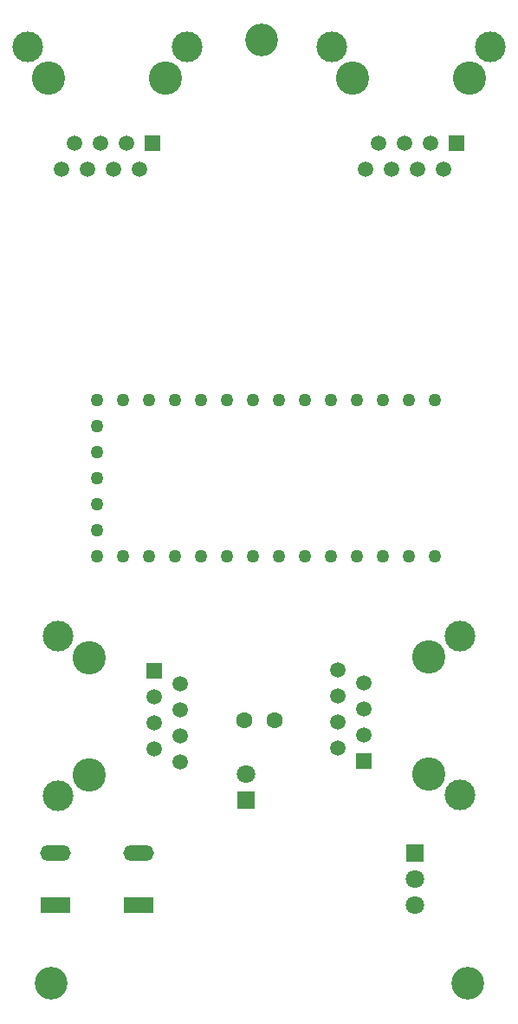
<source format=gbs>
G04 #@! TF.GenerationSoftware,KiCad,Pcbnew,8.0.0*
G04 #@! TF.CreationDate,2024-12-09T13:49:38-06:00*
G04 #@! TF.ProjectId,LightControlBoard,4c696768-7443-46f6-9e74-726f6c426f61,rev?*
G04 #@! TF.SameCoordinates,Original*
G04 #@! TF.FileFunction,Soldermask,Bot*
G04 #@! TF.FilePolarity,Negative*
%FSLAX46Y46*%
G04 Gerber Fmt 4.6, Leading zero omitted, Abs format (unit mm)*
G04 Created by KiCad (PCBNEW 8.0.0) date 2024-12-09 13:49:38*
%MOMM*%
%LPD*%
G01*
G04 APERTURE LIST*
%ADD10C,3.200000*%
%ADD11R,1.800000X1.800000*%
%ADD12C,1.800000*%
%ADD13C,3.000000*%
%ADD14C,1.500000*%
%ADD15R,1.500000X1.500000*%
%ADD16C,3.250000*%
%ADD17C,1.600000*%
%ADD18C,1.265000*%
%ADD19R,3.000000X1.500000*%
%ADD20O,3.000000X1.500000*%
G04 APERTURE END LIST*
D10*
X115930000Y-129940000D03*
D11*
X134930000Y-112080000D03*
D12*
X134930000Y-109540000D03*
D10*
X156600000Y-129940000D03*
X136430000Y-37940000D03*
D13*
X116580000Y-111645000D03*
X116580000Y-96105000D03*
D14*
X128520000Y-108320000D03*
X125980000Y-107050000D03*
X128520000Y-105780000D03*
X125980000Y-104510000D03*
X128520000Y-103240000D03*
X125980000Y-101970000D03*
X128520000Y-100700000D03*
D15*
X125980000Y-99430000D03*
D16*
X119630000Y-109590000D03*
X119630000Y-98160000D03*
D17*
X134755000Y-104255000D03*
X137755000Y-104255000D03*
D16*
X127085000Y-41600000D03*
X115655000Y-41600000D03*
D15*
X125815000Y-47950000D03*
D14*
X124545000Y-50490000D03*
X123275000Y-47950000D03*
X122005000Y-50490000D03*
X120735000Y-47950000D03*
X119465000Y-50490000D03*
X118195000Y-47950000D03*
X116925000Y-50490000D03*
D13*
X129140000Y-38550000D03*
X113600000Y-38550000D03*
D11*
X151430000Y-117225000D03*
D12*
X151430000Y-119765000D03*
X151430000Y-122305000D03*
D16*
X156775000Y-41645000D03*
X145345000Y-41645000D03*
D15*
X155505000Y-47995000D03*
D14*
X154235000Y-50535000D03*
X152965000Y-47995000D03*
X151695000Y-50535000D03*
X150425000Y-47995000D03*
X149155000Y-50535000D03*
X147885000Y-47995000D03*
X146615000Y-50535000D03*
D13*
X158830000Y-38595000D03*
X143290000Y-38595000D03*
D18*
X153410000Y-73040000D03*
X150870000Y-73040000D03*
X148330000Y-73040000D03*
X145790000Y-73040000D03*
X143250000Y-73040000D03*
X140710000Y-73040000D03*
X138170000Y-73040000D03*
X135630000Y-73040000D03*
X133090000Y-73040000D03*
X130550000Y-73040000D03*
X128010000Y-73040000D03*
X125470000Y-73040000D03*
X122930000Y-73040000D03*
X120390000Y-73040000D03*
X120390000Y-75580000D03*
X120390000Y-78120000D03*
X120390000Y-80660000D03*
X120390000Y-83200000D03*
X120390000Y-85740000D03*
X120390000Y-88280000D03*
X122930000Y-88280000D03*
X125470000Y-88280000D03*
X128010000Y-88280000D03*
X130550000Y-88280000D03*
X133090000Y-88280000D03*
X135630000Y-88280000D03*
X138170000Y-88280000D03*
X140710000Y-88280000D03*
X143250000Y-88280000D03*
X145790000Y-88280000D03*
X148330000Y-88280000D03*
X150870000Y-88280000D03*
X153410000Y-88280000D03*
D19*
X116280000Y-122280000D03*
X124480000Y-122280000D03*
D20*
X116280000Y-117280000D03*
X124480000Y-117280000D03*
D16*
X152770000Y-109540000D03*
X152770000Y-98110000D03*
D15*
X146420000Y-108270000D03*
D14*
X143880000Y-107000000D03*
X146420000Y-105730000D03*
X143880000Y-104460000D03*
X146420000Y-103190000D03*
X143880000Y-101920000D03*
X146420000Y-100650000D03*
X143880000Y-99380000D03*
D13*
X155820000Y-111595000D03*
X155820000Y-96055000D03*
M02*

</source>
